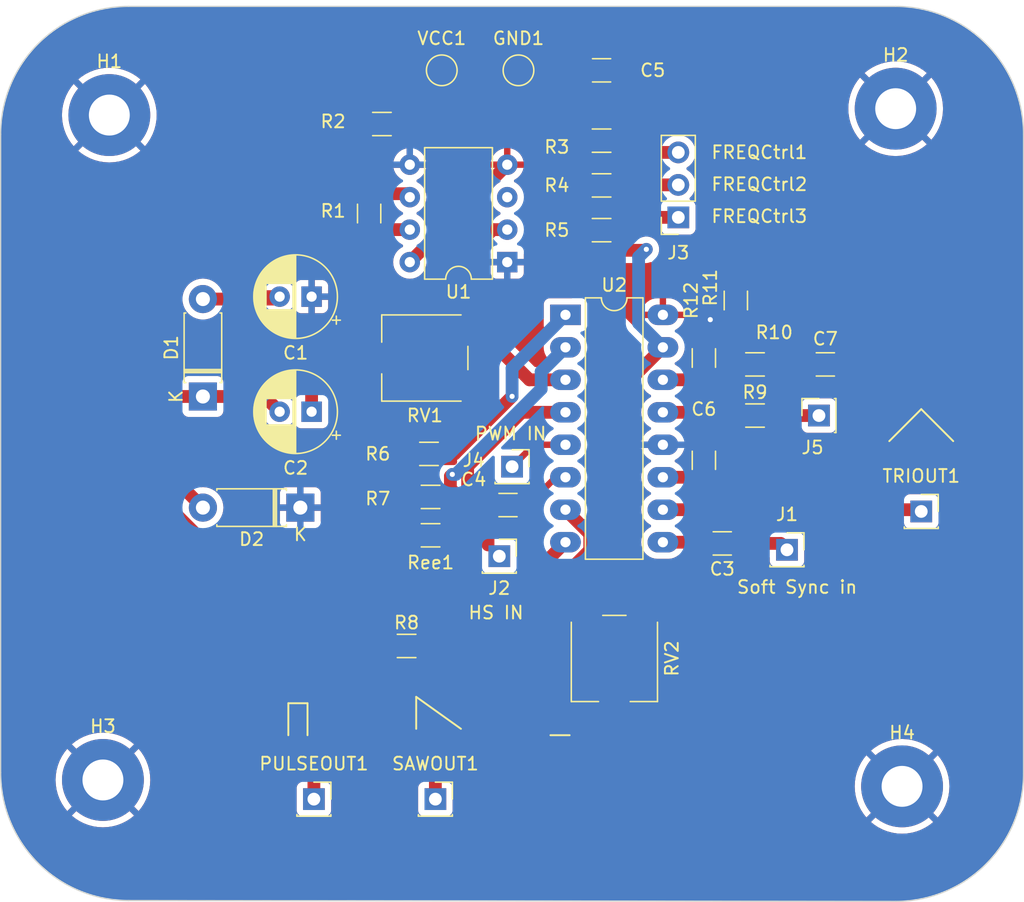
<source format=kicad_pcb>
(kicad_pcb (version 20221018) (generator pcbnew)
  (layers (0 "F.Cu" signal) (31 "B.Cu" signal) (34 "B.Paste" user) (35 "F.Paste" user) (36 "B.SilkS" user "B.Silkscreen") (37 "F.SilkS" user "F.Silkscreen") (38 "B.Mask" user) (39 "F.Mask" user) (44 "Edge.Cuts" user))
  (net 0 "")
  (net 1 "vcc")
  (net 2 "GND")
  (net 3 "Vee")
  (net 4 "Discharge")
  (net 5 "Net-(U1-TR)")
  (net 6 "Net-(D1-K)")
  (net 7 "Net-(U1-DIS)")
  (net 8 "Net-(U2-SCALE1)")
  (net 9 "PIN_3")
  (net 10 "Net-(U2-SCALE2)")
  (net 12 "Vcfi")
  (net 13 "Net-(J1-Pin_1)")
  (net 14 "Net-(R6-Pad1)")
  (net 15 "VHFT")
  (net 16 "VPWM")
  (net 17 "VHSI")
  (net 18 "VSSI")
  (net 19 "VLFI")
  (net 20 "VS")
  (net 21 "Net-(U2-CAP)")
  (net 22 "Net-(J2-Pin_1)")
  (net 23 "Net-(J3-Pin_1)")
  (net 24 "Net-(C7-Pad2)")
  (net 25 "Net-(J3-Pin_2)")
  (net 26 "Net-(J3-Pin_3)")
  (net 27 "Net-(J5-Pin_1)")
  (net 28 "Net-(PULSEOUT1-Pin_1)")
  (net 29 "Net-(SAWOUT1-Pin_1)")
  (net 30 "Net-(TRIOUT1-Pin_1)")
  (footprint "Resistor_SMD:R_1206_3216Metric_Pad1.30x1.75mm_HandSolder" (layer "F.Cu") (at 88.625 96.365 180)
    (fp_text reference "Ree1" (at 0 -2.135) (layer "F.SilkS"))
    (fp_text value "820")
    (pad "1" smd roundrect (at -1.55 0 180) (size 1.3 1.75) (layers "F.Cu" "F.Paste" "F.Mask") (roundrect_rratio 0.192308) (net 9 "PIN_3"))
    (pad "2" smd roundrect (at 1.55 0 180) (size 1.3 1.75) (layers "F.Cu" "F.Paste" "F.Mask") (roundrect_rratio 0.192308) (net 3 "Vee"))
  )
  (footprint "Package_DIP:DIP-8_W7.62mm" (layer "F.Cu") (at 94.62 75 180)
    (fp_text reference "U1" (at 3.81 -2.33) (layer "F.SilkS"))
    (fp_text value "LM555xN")
    (pad "1" thru_hole rect (at 0 0 180) (size 1.6 1.6) (drill 0.8) (layers "*.Cu" "*.Mask") (net 2 "GND"))
    (pad "2" thru_hole oval (at 0 2.54 180) (size 1.6 1.6) (drill 0.8) (layers "*.Cu" "*.Mask") (net 5 "Net-(U1-TR)"))
    (pad "3" thru_hole oval (at 0 5.08 180) (size 1.6 1.6) (drill 0.8) (layers "*.Cu" "*.Mask"))
    (pad "4" thru_hole oval (at 0 7.62 180) (size 1.6 1.6) (drill 0.8) (layers "*.Cu" "*.Mask") (net 1 "vcc"))
    (pad "5" thru_hole oval (at 7.62 7.62 180) (size 1.6 1.6) (drill 0.8) (layers "*.Cu" "*.Mask") (net 2 "GND"))
    (pad "6" thru_hole oval (at 7.62 5.08 180) (size 1.6 1.6) (drill 0.8) (layers "*.Cu" "*.Mask") (net 4 "Discharge"))
    (pad "7" thru_hole oval (at 7.62 2.54 180) (size 1.6 1.6) (drill 0.8) (layers "*.Cu" "*.Mask") (net 7 "Net-(U1-DIS)"))
    (pad "8" thru_hole oval (at 7.62 0 180) (size 1.6 1.6) (drill 0.8) (layers "*.Cu" "*.Mask") (net 1 "vcc"))
  )
  (footprint "Resistor_SMD:R_1206_3216Metric_Pad1.30x1.75mm_HandSolder" (layer "F.Cu") (at 88.5 90)
    (fp_text reference "R6" (at -4 0) (layer "F.SilkS"))
    (fp_text value "24k")
    (pad "1" smd roundrect (at -1.55 0) (size 1.3 1.75) (layers "F.Cu" "F.Paste" "F.Mask") (roundrect_rratio 0.192308) (net 14 "Net-(R6-Pad1)"))
    (pad "2" smd roundrect (at 1.55 0) (size 1.3 1.75) (layers "F.Cu" "F.Paste" "F.Mask") (roundrect_rratio 0.192308) (net 8 "Net-(U2-SCALE1)"))
  )
  (footprint "Resistor_SMD:R_1206_3216Metric_Pad1.30x1.75mm_HandSolder" (layer "F.Cu") (at 110 82.5 90)
    (fp_text reference "R12" (at 4.5 -1 90) (layer "F.SilkS"))
    (fp_text value "1.8k")
    (pad "1" smd roundrect (at -1.55 0 90) (size 1.3 1.75) (layers "F.Cu" "F.Paste" "F.Mask") (roundrect_rratio 0.192308) (net 20 "VS"))
    (pad "2" smd roundrect (at 1.55 0 90) (size 1.3 1.75) (layers "F.Cu" "F.Paste" "F.Mask") (roundrect_rratio 0.192308) (net 2 "GND"))
  )
  (footprint "Capacitor_SMD:C_1206_3216Metric_Pad1.33x1.80mm_HandSolder" (layer "F.Cu") (at 94.68 94)
    (fp_text reference "C4" (at -2.68 -2) (layer "F.SilkS"))
    (fp_text value "1n")
    (pad "1" smd roundrect (at -1.5625 0) (size 1.325 1.8) (layers "F.Cu" "F.Paste" "F.Mask") (roundrect_rratio 0.188679) (net 22 "Net-(J2-Pin_1)"))
    (pad "2" smd roundrect (at 1.5625 0) (size 1.325 1.8) (layers "F.Cu" "F.Paste" "F.Mask") (roundrect_rratio 0.188679) (net 17 "VHSI"))
  )
  (footprint "Capacitor_SMD:C_1206_3216Metric_Pad1.33x1.80mm_HandSolder" (layer "F.Cu") (at 119.5 83 180)
    (fp_text reference "C7" (at 0 2) (layer "F.SilkS"))
    (fp_text value "10n")
    (pad "1" smd roundrect (at -1.5625 0 180) (size 1.325 1.8) (layers "F.Cu" "F.Paste" "F.Mask") (roundrect_rratio 0.188679) (net 2 "GND"))
    (pad "2" smd roundrect (at 1.5625 0 180) (size 1.325 1.8) (layers "F.Cu" "F.Paste" "F.Mask") (roundrect_rratio 0.188679) (net 24 "Net-(C7-Pad2)"))
  )
  (footprint "Resistor_SMD:R_1206_3216Metric_Pad1.30x1.75mm_HandSolder" (layer "F.Cu") (at 83.82 71.2 -90)
    (fp_text reference "R1" (at -0.2 2.82 -180) (layer "F.SilkS"))
    (fp_text value "33k")
    (pad "1" smd roundrect (at -1.55 0 270) (size 1.3 1.75) (layers "F.Cu" "F.Paste" "F.Mask") (roundrect_rratio 0.192308) (net 4 "Discharge"))
    (pad "2" smd roundrect (at 1.55 0 270) (size 1.3 1.75) (layers "F.Cu" "F.Paste" "F.Mask") (roundrect_rratio 0.192308) (net 7 "Net-(U1-DIS)"))
  )
  (footprint "Diode_THT:D_DO-41_SOD81_P7.62mm_Horizontal" (layer "F.Cu") (at 70.82 85.51 90)
    (fp_text reference "D1" (at 3.81 -2.47 90) (layer "F.SilkS"))
    (fp_text value "1N4007")
    (fp_text user "K" (at 0 -2.1 90) (layer "F.SilkS"))
    (pad "1" thru_hole rect (at 0 0 90) (size 2.2 2.2) (drill 1.1) (layers "*.Cu" "*.Mask") (net 6 "Net-(D1-K)"))
    (pad "2" thru_hole oval (at 7.62 0 90) (size 2.2 2.2) (drill 1.1) (layers "*.Cu" "*.Mask") (net 3 "Vee"))
  )
  (footprint "Package_DIP:DIP-16_W7.62mm_LongPads" (layer "F.Cu") (at 99.175 79.125)
    (fp_text reference "U2" (at 3.81 -2.33) (layer "F.SilkS"))
    (fp_text value "AS3340")
    (pad "1" thru_hole rect (at 0 0) (size 2.4 1.6) (drill 0.8) (layers "*.Cu" "*.Mask") (net 8 "Net-(U2-SCALE1)"))
    (pad "2" thru_hole oval (at 0 2.54) (size 2.4 1.6) (drill 0.8) (layers "*.Cu" "*.Mask") (net 10 "Net-(U2-SCALE2)"))
    (pad "3" thru_hole oval (at 0 5.08) (size 2.4 1.6) (drill 0.8) (layers "*.Cu" "*.Mask") (net 9 "PIN_3"))
    (pad "4" thru_hole oval (at 0 7.62) (size 2.4 1.6) (drill 0.8) (layers "*.Cu" "*.Mask") (net 28 "Net-(PULSEOUT1-Pin_1)"))
    (pad "5" thru_hole oval (at 0 10.16) (size 2.4 1.6) (drill 0.8) (layers "*.Cu" "*.Mask") (net 16 "VPWM"))
    (pad "6" thru_hole oval (at 0 12.7) (size 2.4 1.6) (drill 0.8) (layers "*.Cu" "*.Mask") (net 17 "VHSI"))
    (pad "7" thru_hole oval (at 0 15.24) (size 2.4 1.6) (drill 0.8) (layers "*.Cu" "*.Mask") (net 15 "VHFT"))
    (pad "8" thru_hole oval (at 0 17.78) (size 2.4 1.6) (drill 0.8) (layers "*.Cu" "*.Mask") (net 29 "Net-(SAWOUT1-Pin_1)"))
    (pad "9" thru_hole oval (at 7.62 17.78) (size 2.4 1.6) (drill 0.8) (layers "*.Cu" "*.Mask") (net 18 "VSSI"))
    (pad "10" thru_hole oval (at 7.62 15.24) (size 2.4 1.6) (drill 0.8) (layers "*.Cu" "*.Mask") (net 30 "Net-(TRIOUT1-Pin_1)"))
    (pad "11" thru_hole oval (at 7.62 12.7) (size 2.4 1.6) (drill 0.8) (layers "*.Cu" "*.Mask") (net 21 "Net-(U2-CAP)"))
    (pad "12" thru_hole oval (at 7.62 10.16) (size 2.4 1.6) (drill 0.8) (layers "*.Cu" "*.Mask") (net 2 "GND"))
    (pad "13" thru_hole oval (at 7.62 7.62) (size 2.4 1.6) (drill 0.8) (layers "*.Cu" "*.Mask") (net 19 "VLFI"))
    (pad "14" thru_hole oval (at 7.62 5.08) (size 2.4 1.6) (drill 0.8) (layers "*.Cu" "*.Mask") (net 20 "VS"))
    (pad "15" thru_hole oval (at 7.62 2.54) (size 2.4 1.6) (drill 0.8) (layers "*.Cu" "*.Mask") (net 12 "Vcfi"))
    (pad "16" thru_hole oval (at 7.62 0) (size 2.4 1.6) (drill 0.8) (layers "*.Cu" "*.Mask") (net 1 "vcc"))
  )
  (footprint "TestPoint:TestPoint_Pad_D2.0mm" (layer "F.Cu") (at 89.5 60 90)
    (fp_text reference "VCC1" (at 2.5 0 180) (layer "F.SilkS"))
    (fp_text value "TestPoint")
    (pad "1" smd circle (at 0 0 90) (size 2 2) (layers "F.Cu" "F.Mask") (net 1 "vcc"))
  )
  (footprint "Connector_PinSocket_2.54mm:PinSocket_1x03_P2.54mm_Vertical" (layer "F.Cu") (at 108 71.5 180)
    (fp_text reference "J3" (at 0 -2.77) (layer "F.SilkS"))
    (fp_text value "Conn_01x03")
    (pad "1" thru_hole rect (at 0 0 180) (size 1.7 1.7) (drill 1) (layers "*.Cu" "*.Mask") (net 23 "Net-(J3-Pin_1)"))
    (pad "2" thru_hole oval (at 0 2.54 180) (size 1.7 1.7) (drill 1) (layers "*.Cu" "*.Mask") (net 25 "Net-(J3-Pin_2)"))
    (pad "3" thru_hole oval (at 0 5.08 180) (size 1.7 1.7) (drill 1) (layers "*.Cu" "*.Mask") (net 26 "Net-(J3-Pin_3)"))
  )
  (footprint "Resistor_SMD:R_1206_3216Metric_Pad1.30x1.75mm_HandSolder" (layer "F.Cu") (at 114 83 180)
    (fp_text reference "R10" (at -1.5 2.5) (layer "F.SilkS"))
    (fp_text value "470")
    (pad "1" smd roundrect (at -1.55 0 180) (size 1.3 1.75) (layers "F.Cu" "F.Paste" "F.Mask") (roundrect_rratio 0.192308) (net 24 "Net-(C7-Pad2)"))
    (pad "2" smd roundrect (at 1.55 0 180) (size 1.3 1.75) (layers "F.Cu" "F.Paste" "F.Mask") (roundrect_rratio 0.192308) (net 19 "VLFI"))
  )
  (footprint "Resistor_SMD:R_1206_3216Metric_Pad1.30x1.75mm_HandSolder" (layer "F.Cu") (at 102 72.5 180)
    (fp_text reference "R5" (at 3.5 0) (layer "F.SilkS"))
    (fp_text value "100k")
    (pad "1" smd roundrect (at -1.55 0 180) (size 1.3 1.75) (layers "F.Cu" "F.Paste" "F.Mask") (roundrect_rratio 0.192308) (net 23 "Net-(J3-Pin_1)"))
    (pad "2" smd roundrect (at 1.55 0 180) (size 1.3 1.75) (layers "F.Cu" "F.Paste" "F.Mask") (roundrect_rratio 0.192308) (net 12 "Vcfi"))
  )
  (footprint "MountingHole:MountingHole_3.2mm_M3_Pad" (layer "F.Cu") (at 63 115.5)
    (fp_text reference "H3" (at 0 -4.2) (layer "F.SilkS"))
    (fp_text value "MountingHole_Pad")
    (pad "1" thru_hole circle (at 0 0) (size 6.4 6.4) (drill 3.2) (layers "*.Cu" "*.Mask") (net 2 "GND"))
  )
  (footprint "Capacitor_SMD:C_1206_3216Metric_Pad1.33x1.80mm_HandSolder" (layer "F.Cu") (at 102 60)
    (fp_text reference "C5" (at 4 0) (layer "F.SilkS"))
    (fp_text value "10n")
    (pad "1" smd roundrect (at -1.5625 0) (size 1.325 1.8) (layers "F.Cu" "F.Paste" "F.Mask") (roundrect_rratio 0.188679) (net 2 "GND"))
    (pad "2" smd roundrect (at 1.5625 0) (size 1.325 1.8) (layers "F.Cu" "F.Paste" "F.Mask") (roundrect_rratio 0.188679) (net 12 "Vcfi"))
  )
  (footprint "Connector_PinSocket_2.54mm:PinSocket_1x01_P2.54mm_Vertical" (layer "F.Cu") (at 89 117)
    (fp_text reference "SAWOUT1" (at 0 -2.77) (layer "F.SilkS"))
    (fp_text value "Conn_01x01_Pin")
    (pad "1" thru_hole rect (at 0 0) (size 1.7 1.7) (drill 1) (layers "*.Cu" "*.Mask") (net 29 "Net-(SAWOUT1-Pin_1)"))
  )
  (footprint "Potentiometer_SMD:Potentiometer_ACP_CA6-VSMD_Vertical" (layer "F.Cu") (at 103 106 -90)
    (fp_text reference "RV2" (at 0 -4.5 90) (layer "F.SilkS"))
    (fp_text value "20k")
    (pad "1" smd rect (at -4.325 2.15 270) (size 2.5 2) (layers "F.Cu" "F.Paste" "F.Mask") (net 15 "VHFT"))
    (pad "2" smd rect (at 4.325 0 270) (size 2.5 2) (layers "F.Cu" "F.Paste" "F.Mask") (net 12 "Vcfi"))
    (pad "3" smd rect (at -4.325 -2.15 270) (size 2.5 2) (layers "F.Cu" "F.Paste" "F.Mask") (net 2 "GND"))
  )
  (footprint "Capacitor_SMD:C_1206_3216Metric_Pad1.33x1.80mm_HandSolder" (layer "F.Cu") (at 111.4375 97 180)
    (fp_text reference "C3" (at 0 -2) (layer "F.SilkS"))
    (fp_text value "1n")
    (pad "1" smd roundrect (at -1.5625 0 180) (size 1.325 1.8) (layers "F.Cu" "F.Paste" "F.Mask") (roundrect_rratio 0.188679) (net 13 "Net-(J1-Pin_1)"))
    (pad "2" smd roundrect (at 1.5625 0 180) (size 1.325 1.8) (layers "F.Cu" "F.Paste" "F.Mask") (roundrect_rratio 0.188679) (net 18 "VSSI"))
  )
  (footprint "Resistor_SMD:R_1206_3216Metric_Pad1.30x1.75mm_HandSolder" (layer "F.Cu") (at 112.5 78 90)
    (fp_text reference "R11" (at 1 -2 90) (layer "F.SilkS"))
    (fp_text value "1.5M")
    (pad "1" smd roundrect (at -1.55 0 90) (size 1.3 1.75) (layers "F.Cu" "F.Paste" "F.Mask") (roundrect_rratio 0.192308) (net 19 "VLFI"))
    (pad "2" smd roundrect (at 1.55 0 90) (size 1.3 1.75) (layers "F.Cu" "F.Paste" "F.Mask") (roundrect_rratio 0.192308) (net 1 "vcc"))
  )
  (footprint "Diode_THT:D_DO-41_SOD81_P7.62mm_Horizontal" (layer "F.Cu") (at 78.44 94.2 180)
    (fp_text reference "D2" (at 3.81 -2.47) (layer "F.SilkS"))
    (fp_text value "1N4007")
    (fp_text user "K" (at 0 -2.1) (layer "F.SilkS"))
    (pad "1" thru_hole rect (at 0 0 180) (size 2.2 2.2) (drill 1.1) (layers "*.Cu" "*.Mask") (net 2 "GND"))
    (pad "2" thru_hole oval (at 7.62 0 180) (size 2.2 2.2) (drill 1.1) (layers "*.Cu" "*.Mask") (net 6 "Net-(D1-K)"))
  )
  (footprint "Connector_PinSocket_2.54mm:PinSocket_1x01_P2.54mm_Vertical" (layer "F.Cu") (at 119 87 90)
    (fp_text reference "J5" (at -2.5 -0.5 180) (layer "F.SilkS"))
    (fp_text value "Conn_01x01_Pin")
    (pad "1" thru_hole rect (at 0 0 90) (size 1.7 1.7) (drill 1) (layers "*.Cu" "*.Mask") (net 27 "Net-(J5-Pin_1)"))
  )
  (footprint "Connector_PinSocket_2.54mm:PinSocket_1x01_P2.54mm_Vertical" (layer "F.Cu") (at 116.5 97.5)
    (fp_text reference "J1" (at 0 -2.77) (layer "F.SilkS"))
    (fp_text value "Conn_01x01_Pin")
    (pad "1" thru_hole rect (at 0 0) (size 1.7 1.7) (drill 1) (layers "*.Cu" "*.Mask") (net 13 "Net-(J1-Pin_1)"))
  )
  (footprint "Connector_PinSocket_2.54mm:PinSocket_1x01_P2.54mm_Vertical" (layer "F.Cu") (at 79.5 117)
    (fp_text reference "PULSEOUT1" (at 0 -2.77) (layer "F.SilkS"))
    (fp_text value "Conn_01x01_Pin")
    (pad "1" thru_hole rect (at 0 0) (size 1.7 1.7) (drill 1) (layers "*.Cu" "*.Mask") (net 28 "Net-(PULSEOUT1-Pin_1)"))
  )
  (footprint "Connector_PinSocket_2.54mm:PinSocket_1x01_P2.54mm_Vertical" (layer "F.Cu") (at 95 91)
    (fp_text reference "J4" (at -3 -0.5) (layer "F.SilkS"))
    (fp_text value "Conn_01x01_Pin")
    (pad "1" thru_hole rect (at 0 0) (size 1.7 1.7) (drill 1) (layers "*.Cu" "*.Mask") (net 16 "VPWM"))
  )
  (footprint "Potentiometer_SMD:Potentiometer_ACP_CA6-VSMD_Vertical" (layer "F.Cu") (at 88.175 82.5 180)
    (fp_text reference "RV1" (at 0 -4.5) (layer "F.SilkS"))
    (fp_text value "R_Potentiometer")
    (pad "1" smd rect (at -4.325 2.15 180) (size 2.5 2) (layers "F.Cu" "F.Paste" "F.Mask") (net 9 "PIN_3"))
    (pad "2" smd rect (at 4.325 0 180) (size 2.5 2) (layers "F.Cu" "F.Paste" "F.Mask") (net 9 "PIN_3"))
    (pad "3" smd rect (at -4.325 -2.15 180) (size 2.5 2) (layers "F.Cu" "F.Paste" "F.Mask") (net 14 "Net-(R6-Pad1)"))
  )
  (footprint "Connector_PinSocket_2.54mm:PinSocket_1x01_P2.54mm_Vertical" (layer "F.Cu") (at 94 98)
    (fp_text reference "J2" (at 0 2.5) (layer "F.SilkS"))
    (fp_text value "Conn_01x01_Pin")
    (pad "1" thru_hole rect (at 0 0) (size 1.7 1.7) (drill 1) (layers "*.Cu" "*.Mask") (net 22 "Net-(J2-Pin_1)"))
  )
  (footprint "Resistor_SMD:R_1206_3216Metric_Pad1.30x1.75mm_HandSolder" (layer "F.Cu") (at 84.82 64.2)
    (fp_text reference "R2" (at -3.82 -0.2) (layer "F.SilkS"))
    (fp_text value "5.1k")
    (pad "1" smd roundrect (at -1.55 0) (size 1.3 1.75) (layers "F.Cu" "F.Paste" "F.Mask") (roundrect_rratio 0.192308) (net 4 "Discharge"))
    (pad "2" smd roundrect (at 1.55 0) (size 1.3 1.75) (layers "F.Cu" "F.Paste" "F.Mask") (roundrect_rratio 0.192308) (net 1 "vcc"))
  )
  (footprint "MountingHole:MountingHole_3.2mm_M3_Pad" (layer "F.Cu") (at 125.5 116)
    (fp_text reference "H4" (at 0 -4.2) (layer "F.SilkS"))
    (fp_text value "MountingHole_Pad")
    (pad "1" thru_hole circle (at 0 0) (size 6.4 6.4) (drill 3.2) (layers "*.Cu" "*.Mask") (net 2 "GND"))
  )
  (footprint "Resistor_SMD:R_1206_3216Metric_Pad1.30x1.75mm_HandSolder" (layer "F.Cu") (at 102 65.5 180)
    (fp_text reference "R3" (at 3.5 -0.5) (layer "F.SilkS"))
    (fp_text value "100k")
    (pad "1" smd roundrect (at -1.55 0 180) (size 1.3 1.75) (layers "F.Cu" "F.Paste" "F.Mask") (roundrect_rratio 0.192308) (net 26 "Net-(J3-Pin_3)"))
    (pad "2" smd roundrect (at 1.55 0 180) (size 1.3 1.75) (layers "F.Cu" "F.Paste" "F.Mask") (roundrect_rratio 0.192308) (net 12 "Vcfi"))
  )
  (footprint "Capacitor_THT:CP_Radial_D6.3mm_P2.50mm" (layer "F.Cu") (at 79.32 77.7 180)
    (fp_text reference "C1" (at 1.25 -4.4) (layer "F.SilkS"))
    (fp_text value "33uF")
    (pad "1" thru_hole rect (at 0 0 180) (size 1.6 1.6) (drill 0.8) (layers "*.Cu" "*.Mask") (net 2 "GND"))
    (pad "2" thru_hole circle (at 2.5 0 180) (size 1.6 1.6) (drill 0.8) (layers "*.Cu" "*.Mask") (net 3 "Vee"))
  )
  (footprint "TestPoint:TestPoint_Pad_D2.0mm" (layer "F.Cu") (at 95.5 60 90)
    (fp_text reference "GND1" (at 2.5 0 180) (layer "F.SilkS"))
    (fp_text value "TestPoint")
    (pad "1" smd circle (at 0 0 90) (size 2 2) (layers "F.Cu" "F.Mask") (net 2 "GND"))
  )
  (footprint "Capacitor_THT:CP_Radial_D6.3mm_P2.50mm" (layer "F.Cu") (at 79.32 86.7 180)
    (fp_text reference "C2" (at 1.25 -4.4) (layer "F.SilkS"))
    (fp_text value "22uF")
    (pad "1" thru_hole rect (at 0 0 180) (size 1.6 1.6) (drill 0.8) (layers "*.Cu" "*.Mask") (net 5 "Net-(U1-TR)"))
    (pad "2" thru_hole circle (at 2.5 0 180) (size 1.6 1.6) (drill 0.8) (layers "*.Cu" "*.Mask") (net 6 "Net-(D1-K)"))
  )
  (footprint "Capacitor_SMD:C_1206_3216Metric_Pad1.33x1.80mm_HandSolder" (layer "F.Cu") (at 110 90.5 -90)
    (fp_text reference "C6" (at -4 0 -180) (layer "F.SilkS"))
    (fp_text value "1n")
    (pad "1" smd roundrect (at -1.5625 0 270) (size 1.325 1.8) (layers "F.Cu" "F.Paste" "F.Mask") (roundrect_rratio 0.188679) (net 2 "GND"))
    (pad "2" smd roundrect (at 1.5625 0 270) (size 1.325 1.8) (layers "F.Cu" "F.Paste" "F.Mask") (roundrect_rratio 0.188679) (net 21 "Net-(U2-CAP)"))
  )
  (footprint "MountingHole:MountingHole_3.2mm_M3_Pad" (layer "F.Cu") (at 125 63)
    (fp_text reference "H2" (at 0 -4.2) (layer "F.SilkS"))
    (fp_text value "MountingHole_Pad")
    (pad "1" thru_hole circle (at 0 0) (size 6.4 6.4) (drill 3.2) (layers "*.Cu" "*.Mask") (net 2 "GND"))
  )
  (footprint "Resistor_SMD:R_1206_3216Metric_Pad1.30x1.75mm_HandSolder" (layer "F.Cu") (at 88.625 93.365)
    (fp_text reference "R7" (at -4.125 0.135) (layer "F.SilkS"))
    (fp_text value "5.6k")
    (pad "1" smd roundrect (at -1.55 0) (size 1.3 1.75) (layers "F.Cu" "F.Paste" "F.Mask") (roundrect_rratio 0.192308) (net 9 "PIN_3"))
    (pad "2" smd roundrect (at 1.55 0) (size 1.3 1.75) (layers "F.Cu" "F.Paste" "F.Mask") (roundrect_rratio 0.192308) (net 10 "Net-(U2-SCALE2)"))
  )
  (footprint "MountingHole:MountingHole_3.2mm_M3_Pad" (layer "F.Cu") (at 63.5 63.5)
    (fp_text reference "H1" (at 0 -4.2) (layer "F.SilkS"))
    (fp_text value "MountingHole_Pad")
    (pad "1" thru_hole circle (at 0 0) (size 6.4 6.4) (drill 3.2) (layers "*.Cu" "*.Mask") (net 2 "GND"))
  )
  (footprint "Resistor_SMD:R_1206_3216Metric_Pad1.30x1.75mm_HandSolder" (layer "F.Cu") (at 114 87)
    (fp_text reference "R9" (at 0 -1.82) (layer "F.SilkS"))
    (fp_text value "1M")
    (pad "1" smd roundrect (at -1.55 0) (size 1.3 1.75) (layers "F.Cu" "F.Paste" "F.Mask") (roundrect_rratio 0.192308) (net 19 "VLFI"))
    (pad "2" smd roundrect (at 1.55 0) (size 1.3 1.75) (layers "F.Cu" "F.Paste" "F.Mask") (roundrect_rratio 0.192308) (net 27 "Net-(J5-Pin_1)"))
  )
  (footprint "Resistor_SMD:R_1206_3216Metric_Pad1.30x1.75mm_HandSolder" (layer "F.Cu") (at 102 69 180)
    (fp_text reference "R4" (at 3.5 0) (layer "F.SilkS"))
    (fp_text value "100k")
    (pad "1" smd roundrect (at -1.55 0 180) (size 1.3 1.75) (layers "F.Cu" "F.Paste" "F.Mask") (roundrect_rratio 0.192308) (net 25 "Net-(J3-Pin_2)"))
    (pad "2" smd roundrect (at 1.55 0 180) (size 1.3 1.75) (layers "F.Cu" "F.Paste" "F.Mask") (roundrect_rratio 0.192308) (net 12 "Vcfi"))
  )
  (footprint "Resistor_SMD:R_1206_3216Metric_Pad1.30x1.75mm_HandSolder" (layer "F.Cu") (at 86.75 105.02)
    (fp_text reference "R8" (at 0 -1.82) (layer "F.SilkS"))
    (fp_text value "51k")
    (pad "1" smd roundrect (at -1.55 0) (size 1.3 1.75) (layers "F.Cu" "F.Paste" "F.Mask") (roundrect_rratio 0.192308) (net 2 "GND"))
    (pad "2" smd roundrect (at 1.55 0) (size 1.3 1.75) (layers "F.Cu" "F.Paste" "F.Mask") (roundrect_rratio 0.192308) (net 28 "Net-(PULSEOUT1-Pin_1)"))
  )
  (footprint "Connector_PinSocket_2.54mm:PinSocket_1x01_P2.54mm_Vertical" (layer "F.Cu") (at 127 94.5)
    (fp_text reference "TRIOUT1" (at 0 -2.77) (layer "F.SilkS"))
    (fp_text value "Conn_01x01_Pin")
    (pad "1" thru_hole rect (at 0 0) (size 1.7 1.7) (drill 1) (layers "*.Cu" "*.Mask") (net 30 "Net-(TRIOUT1-Pin_1)"))
  )
  (gr_line (start 127 86.5) (end 129.5 89) (stroke (width 0.15)) (layer "F.SilkS"))
  (gr_line (start 87.5 109) (end 91 111.5) (stroke (width 0.15)) (layer "F.SilkS"))
  (gr_line (start 124.5 89) (end 127 86.5) (stroke (width 0.15)) (layer "F.SilkS"))
  (gr_line (start 98 112) (end 99.5 112) (stroke (width 0.15)) (layer "F.SilkS"))
  (gr_line (start 87.5 111.5) (end 87.5 109) (stroke (width 0.15)) (layer "F.SilkS"))
  (gr_line (start 79 109.5) (end 79 112) (stroke (width 0.15)) (layer "F.SilkS"))
  (gr_line (start 77.5 109.5) (end 79 109.5) (stroke (width 0.15)) (layer "F.SilkS"))
  (gr_line (start 77.5 112) (end 77.5 109.5) (stroke (width 0.15)) (layer "F.SilkS"))
  (gr_line (start 65 55) (end 125 55) (stroke (width 0.1)) (layer "Edge.Cuts"))
  (gr_line (start 55 65) (end 55 114.928932) (stroke (width 0.1)) (layer "Edge.Cuts"))
  (gr_arc (start 135 115) (mid 132.071068 122.071068) (end 125 125) (stroke (width 0.1)) (layer "Edge.Cuts"))
  (gr_arc (start 65 124.928932) (mid 57.928932 122) (end 55 114.928932) (stroke (width 0.1)) (layer "Edge.Cuts"))
  (gr_line (start 125 125) (end 65 124.928932) (stroke (width 0.1)) (layer "Edge.Cuts"))
  (gr_arc (start 55 65) (mid 57.928932 57.928932) (end 65 55) (stroke (width 0.1)) (layer "Edge.Cuts"))
  (gr_line (start 135 115) (end 135 65) (stroke (width 0.1)) (layer "Edge.Cuts"))
  (gr_arc (start 125 55) (mid 132.071068 57.928932) (end 135 65) (stroke (width 0.1)) (layer "Edge.Cuts"))
  (gr_text "FREQCtrl3" (at 110.5 72) (layer "F.SilkS") (effects (font (size 1 1)) (justify left bottom)))
  (gr_text "HS IN" (at 91.5 103) (layer "F.SilkS") (effects (font (size 1 1)) (justify left bottom)))
  (gr_text "Soft Sync in" (at 112.5 101) (layer "F.SilkS") (effects (font (size 1 1)) (justify left bottom)))
  (gr_text "FREQCtrl1" (at 110.5 67) (layer "F.SilkS") (effects (font (size 1 1)) (justify left bottom)))
  (gr_text "PWM IN" (at 92 89) (layer "F.SilkS") (effects (font (size 1 1)) (justify left bottom)))
  (gr_text "FREQCtrl2" (at 110.5 69.5) (layer "F.SilkS") (effects (font (size 1 1)) (justify left bottom)))
  (segment (start 94.62 67.38) (end 87 75) (width 1) (layer "F.Cu") (net 1))
  (segment (start 110 80) (end 110.5 79.5) (width 1) (layer "F.Cu") (net 2))
  (segment (start 110 80.95) (end 110 80) (width 1) (layer "F.Cu") (net 2))
  (via (at 110.5 79.5) (size 0.8) (drill 0.4) (layers "F.Cu" "B.Cu") (net 2))
  (segment (start 66.3 86.43) (end 66.3 92.3) (width 1) (layer "F.Cu") (net 3))
  (segment (start 76.82 77.7) (end 75.03 77.7) (width 1) (layer "F.Cu") (net 3))
  (segment (start 70.365 96.365) (end 87.075 96.365) (width 1) (layer "F.Cu") (net 3))
  (segment (start 70.82 77.89) (end 76.63 77.89) (width 1) (layer "F.Cu") (net 3))
  (segment (start 66.3 92.3) (end 70.365 96.365) (width 1) (layer "F.Cu") (net 3))
  (segment (start 75.03 77.7) (end 66.3 86.43) (width 1) (layer "F.Cu") (net 3))
  (segment (start 76.63 77.89) (end 76.82 77.7) (width 1) (layer "F.Cu") (net 3))
  (segment (start 83.82 69.65) (end 86.73 69.65) (width 1) (layer "F.Cu") (net 4))
  (segment (start 83.27 64.2) (end 83.27 69.1) (width 1) (layer "F.Cu") (net 4))
  (segment (start 83.27 69.1) (end 83.82 69.65) (width 1) (layer "F.Cu") (net 4))
  (segment (start 86.73 69.65) (end 87 69.92) (width 1) (layer "F.Cu") (net 4))
  (segment (start 94.62 72.46) (end 93.48863 72.46) (width 1) (layer "F.Cu") (net 5))
  (segment (start 82.2 80.8) (end 79.32 83.68) (width 1) (layer "F.Cu") (net 5))
  (segment (start 85.14863 80.8) (end 82.2 80.8) (width 1) (layer "F.Cu") (net 5))
  (segment (start 79.32 83.68) (end 79.32 86.7) (width 1) (layer "F.Cu") (net 5))
  (segment (start 93.48863 72.46) (end 85.14863 80.8) (width 1) (layer "F.Cu") (net 5))
  (segment (start 70.82 85.51) (end 75.63 85.51) (width 1) (layer "F.Cu") (net 6))
  (segment (start 75.63 85.51) (end 76.82 86.7) (width 1) (layer "F.Cu") (net 6))
  (segment (start 67.5 91) (end 68 91.5) (width 1) (layer "F.Cu") (net 6))
  (segment (start 68 91.5) (end 68.12 91.5) (width 1) (layer "F.Cu") (net 6))
  (segment (start 67.5 87) (end 67.5 91) (width 1) (layer "F.Cu") (net 6))
  (segment (start 68.12 91.5) (end 70.82 94.2) (width 1) (layer "F.Cu") (net 6))
  (segment (start 70.82 85.51) (end 68.99 85.51) (width 1) (layer "F.Cu") (net 6))
  (segment (start 68.99 85.51) (end 67.5 87) (width 1) (layer "F.Cu") (net 6))
  (segment (start 87 72.46) (end 84.11 72.46) (width 1) (layer "F.Cu") (net 7))
  (segment (start 84.11 72.46) (end 83.82 72.75) (width 1) (layer "F.Cu") (net 7))
  (segment (start 90.05 90) (end 90.5 90) (width 1) (layer "F.Cu") (net 8))
  (segment (start 90.5 90) (end 95 85.5) (width 1) (layer "F.Cu") (net 8))
  (via (at 95 85.5) (size 0.8) (drill 0.4) (layers "F.Cu" "B.Cu") (net 8))
  (segment (start 95 83.3) (end 99.175 79.125) (width 1) (layer "B.Cu") (net 8))
  (segment (start 95 85.5) (end 95 83.3) (width 1) (layer "B.Cu") (net 8))
  (segment (start 81.5 87.79) (end 87.075 93.365) (width 1) (layer "F.Cu") (net 9))
  (segment (start 83 82.5) (end 81.5 84) (width 1) (layer "F.Cu") (net 9))
  (segment (start 96.355 84.205) (end 92.5 80.35) (width 1) (layer "F.Cu") (net 9))
  (segment (start 92.5 80.35) (end 90.35 82.5) (width 1) (layer "F.Cu") (net 9))
  (segment (start 83.85 82.5) (end 83 82.5) (width 1) (layer "F.Cu") (net 9))
  (segment (start 81.5 84) (end 81.5 87.79) (width 1) (layer "F.Cu") (net 9))
  (segment (start 87.175 93.365) (end 90.175 96.365) (width 1) (layer "F.Cu") (net 9))
  (segment (start 99.175 84.205) (end 96.355 84.205) (width 1) (layer "F.Cu") (net 9))
  (segment (start 87.075 93.365) (end 87.175 93.365) (width 1) (layer "F.Cu") (net 9))
  (segment (start 90.35 82.5) (end 83.85 82.5) (width 1) (layer "F.Cu") (net 9))
  (segment (start 90.175 93.365) (end 90.175 91.7505) (width 1) (layer "F.Cu") (net 10))
  (segment (start 90.175 91.7505) (end 90.325 91.6005) (width 1) (layer "F.Cu") (net 10))
  (via (at 90.325 91.6005) (size 0.8) (drill 0.4) (layers "F.Cu" "B.Cu") (net 10))
  (segment (start 90.596556 91.6005) (end 97.275 84.922056) (width 1) (layer "B.Cu") (net 10))
  (segment (start 90.325 91.6005) (end 90.596556 91.6005) (width 1) (layer "B.Cu") (net 10))
  (segment (start 97.275 84.922056) (end 97.275 83.565) (width 1) (layer "B.Cu") (net 10))
  (segment (start 97.275 83.565) (end 99.175 81.665) (width 1) (layer "B.Cu") (net 10))
  (segment (start 100.45 65.5) (end 100.45 69) (width 1) (layer "F.Cu") (net 12))
  (segment (start 106.795 81.665) (end 103 85.46) (width 1) (layer "F.Cu") (net 12))
  (segment (start 102.025 74.075) (end 105.425 74.075) (width 1) (layer "F.Cu") (net 12))
  (segment (start 105.425 74.075) (end 105.5 74) (width 1) (layer "F.Cu") (net 12))
  (segment (start 100.45 72.5) (end 100.45 69) (width 1) (layer "F.Cu") (net 12))
  (segment (start 103.5625 62.3875) (end 100.45 65.5) (width 1) (layer "F.Cu") (net 12))
  (segment (start 100.45 72.5) (end 102.025 74.075) (width 1) (layer "F.Cu") (net 12))
  (segment (start 103.5625 60) (end 103.5625 62.3875) (width 1) (layer "F.Cu") (net 12))
  (segment (start 103 85.46) (end 103 110.325) (width 1) (layer "F.Cu") (net 12))
  (via (at 105.5 74) (size 0.8) (drill 0.4) (layers "F.Cu" "B.Cu") (net 12))
  (segment (start 104.895 74.605) (end 104.895 79.765) (width 1) (layer "B.Cu") (net 12))
  (segment (start 105.5 74) (end 104.895 74.605) (width 1) (layer "B.Cu") (net 12))
  (segment (start 104.895 79.765) (end 106.795 81.665) (width 1) (layer "B.Cu") (net 12))
  (segment (start 116 97) (end 116.5 97.5) (width 1) (layer "F.Cu") (net 13))
  (segment (start 113 97) (end 116 97) (width 1) (layer "F.Cu") (net 13))
  (segment (start 92.5 84.65) (end 92.3 84.65) (width 1) (layer "F.Cu") (net 14))
  (segment (start 92.3 84.65) (end 86.95 90) (width 1) (layer "F.Cu") (net 14))
  (segment (start 99.5 100.325) (end 100.85 101.675) (width 1) (layer "F.Cu") (net 15))
  (segment (start 99.175 94.365) (end 101.075 96.265) (width 1) (layer "F.Cu") (net 15))
  (segment (start 101.075 97.52632) (end 99.5 99.10132) (width 1) (layer "F.Cu") (net 15))
  (segment (start 101.075 96.265) (end 101.075 97.52632) (width 1) (layer "F.Cu") (net 15))
  (segment (start 99.5 99.10132) (end 99.5 100.325) (width 1) (layer "F.Cu") (net 15))
  (segment (start 96.715 89.285) (end 95 91) (width 0.5) (layer "F.Cu") (net 16))
  (segment (start 99.175 89.285) (end 96.715 89.285) (width 0.5) (layer "F.Cu") (net 16))
  (segment (start 98.4175 91.825) (end 96.2425 94) (width 0.5) (layer "F.Cu") (net 17))
  (segment (start 99.175 91.825) (end 98.4175 91.825) (width 0.5) (layer "F.Cu") (net 17))
  (segment (start 106.795 96.905) (end 109.78 96.905) (width 1) (layer "F.Cu") (net 18))
  (segment (start 109.78 96.905) (end 109.875 97) (width 1) (layer "F.Cu") (net 18))
  (segment (start 112.45 87) (end 112.45 83) (width 1) (layer "F.Cu") (net 19))
  (segment (start 112.195 86.745) (end 112.45 87) (width 1) (layer "F.Cu") (net 19))
  (segment (start 112.45 79.6) (end 112.5 79.55) (width 1) (layer "F.Cu") (net 19))
  (segment (start 106.795 86.745) (end 112.195 86.745) (width 1) (layer "F.Cu") (net 19))
  (segment (start 112.45 83) (end 112.45 79.6) (width 1) (layer "F.Cu") (net 19))
  (segment (start 106.795 84.205) (end 109.845 84.205) (width 1) (layer "F.Cu") (net 20))
  (segment (start 109.845 84.205) (end 110 84.05) (width 1) (layer "F.Cu") (net 20))
  (segment (start 106.795 91.825) (end 109.7625 91.825) (width 1) (layer "F.Cu") (net 21))
  (segment (start 109.7625 91.825) (end 110 92.0625) (width 1) (layer "F.Cu") (net 21))
  (segment (start 93.1175 94) (end 93.1175 97.1175) (width 1) (layer "F.Cu") (net 22))
  (segment (start 108 71.5) (end 104.55 71.5) (width 1) (layer "F.Cu") (net 23))
  (segment (start 104.55 71.5) (end 103.55 72.5) (width 1) (layer "F.Cu") (net 23))
  (segment (start 115.55 83) (end 117.9375 83) (width 1) (layer "F.Cu") (net 24))
  (segment (start 103.59 68.96) (end 103.55 69) (width 1) (layer "F.Cu") (net 25))
  (segment (start 108 68.96) (end 103.59 68.96) (width 1) (layer "F.Cu") (net 25))
  (segment (start 108 66.42) (end 104.47 66.42) (width 1) (layer "F.Cu") (net 26))
  (segment (start 104.47 66.42) (end 103.55 65.5) (width 1) (layer "F.Cu") (net 26))
  (segment (start 115.55 87) (end 119 87) (width 1) (layer "F.Cu") (net 27))
  (segment (start 88.3 105.02) (end 79.5 113.82) (width 1) (layer "F.Cu") (net 28))
  (segment (start 91.525 90.975) (end 91.525 101.795) (width 1) (layer "F.Cu") (net 28))
  (segment (start 91.525 101.795) (end 88.3 105.02) (width 1) (layer "F.Cu") (net 28))
  (segment (start 99.175 86.745) (end 95.755 86.745) (width 1) (layer "F.Cu") (net 28))
  (segment (start 79.5 113.82) (end 79.5 117) (width 1) (layer "F.Cu") (net 28))
  (segment (start 95.755 86.745) (end 91.525 90.975) (width 1) (layer "F.Cu") (net 28))
  (segment (start 99.175 96.905) (end 89 107.08) (width 1) (layer "F.Cu") (net 29))
  (segment (start 89 107.08) (end 89 117) (width 1) (layer "F.Cu") (net 29))
  (segment (start 106.795 94.365) (end 126.865 94.365) (width 1) (layer "F.Cu") (net 30))
  (segment (start 126.865 94.365) (end 127 94.5) (width 1) (layer "F.Cu") (net 30))
  (zone (net 1) (net_name "vcc") (layer "F.Cu") (priority 1) (connect_pads (clearance 0.5)) (min_thickness 0.25) (fill yes (thermal_gap 0.5) (thermal_bridge_width 0.5))
    (polygon (pts (xy 85.5 65.5) (xy 85 65) (xy 85 61.5) (xy 88.5 58) (xy 91 58) (xy 92.5 59.5) (xy 92.5 63) (xy 97 67.5) (xy 97 72) (xy 100.5 75) (xy 109 75) (xy 110 74) (xy 114 74) (xy 116 76) (xy 116 77) (xy 114.5 78.5) (xy 110.5 78.5) (xy 108.5 80.5) (xy 105 80.5) (xy 103.5 79) (xy 102 79) (xy 96 73.5) (xy 96 69.5) (xy 95.5 69) (xy 93 69) (xy 89.5 65.5)))
  )
  (zone (net 2) (net_name "GND") (layer "F.Cu") (connect_pads (clearance 0.5)) (min_thickness 0.25) (fill yes (thermal_gap 0.5) (thermal_bridge_width 0.5))
    (polygon (pts (xy 55 54.5) (xy 135 54.5) (xy 135 125) (xy 55 125)))
  )
  (zone (net 2) (net_name "GND") (layer "B.Cu") (priority 2) (connect_pads (clearance 0.5)) (min_thickness 0.25) (fill yes (thermal_gap 0.5) (thermal_bridge_width 0.5))
    (polygon (pts (xy 55 54.5) (xy 135 54.5) (xy 135 125) (xy 55 125)))
  )
)
</source>
